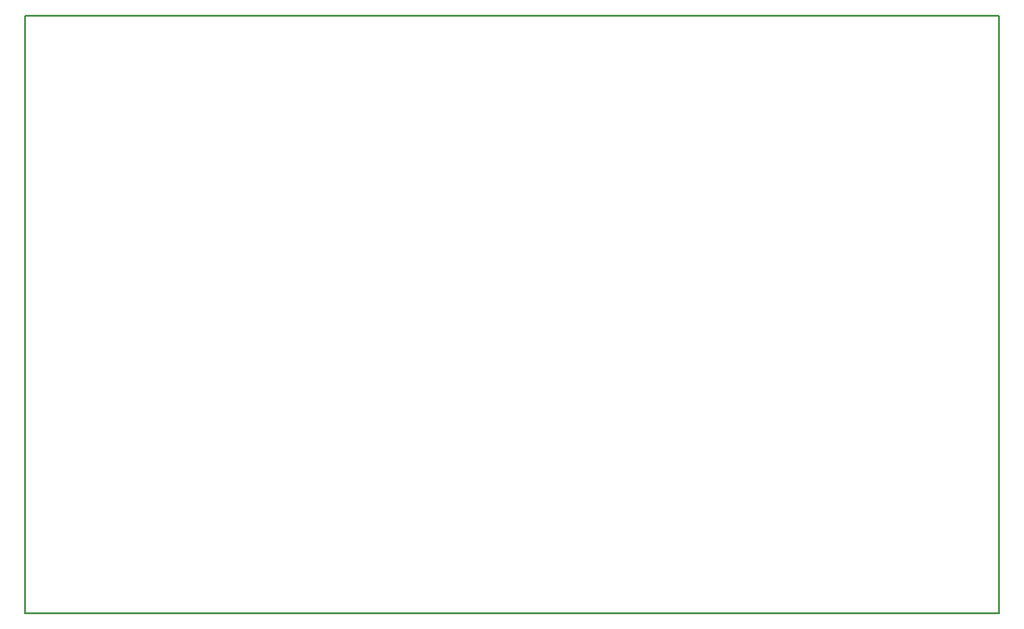
<source format=gbr>
G04 #@! TF.GenerationSoftware,KiCad,Pcbnew,(5.0.2)-1*
G04 #@! TF.CreationDate,2019-04-13T00:16:19-04:00*
G04 #@! TF.ProjectId,clock,636c6f63-6b2e-46b6-9963-61645f706362,rev?*
G04 #@! TF.SameCoordinates,Original*
G04 #@! TF.FileFunction,Profile,NP*
%FSLAX46Y46*%
G04 Gerber Fmt 4.6, Leading zero omitted, Abs format (unit mm)*
G04 Created by KiCad (PCBNEW (5.0.2)-1) date 4/13/2019 12:16:19 AM*
%MOMM*%
%LPD*%
G01*
G04 APERTURE LIST*
%ADD10C,0.150000*%
G04 APERTURE END LIST*
D10*
X87630000Y-114300000D02*
X87630000Y-59690000D01*
X176530000Y-114300000D02*
X87630000Y-114300000D01*
X176530000Y-59690000D02*
X176530000Y-114300000D01*
X87630000Y-59690000D02*
X176530000Y-59690000D01*
M02*

</source>
